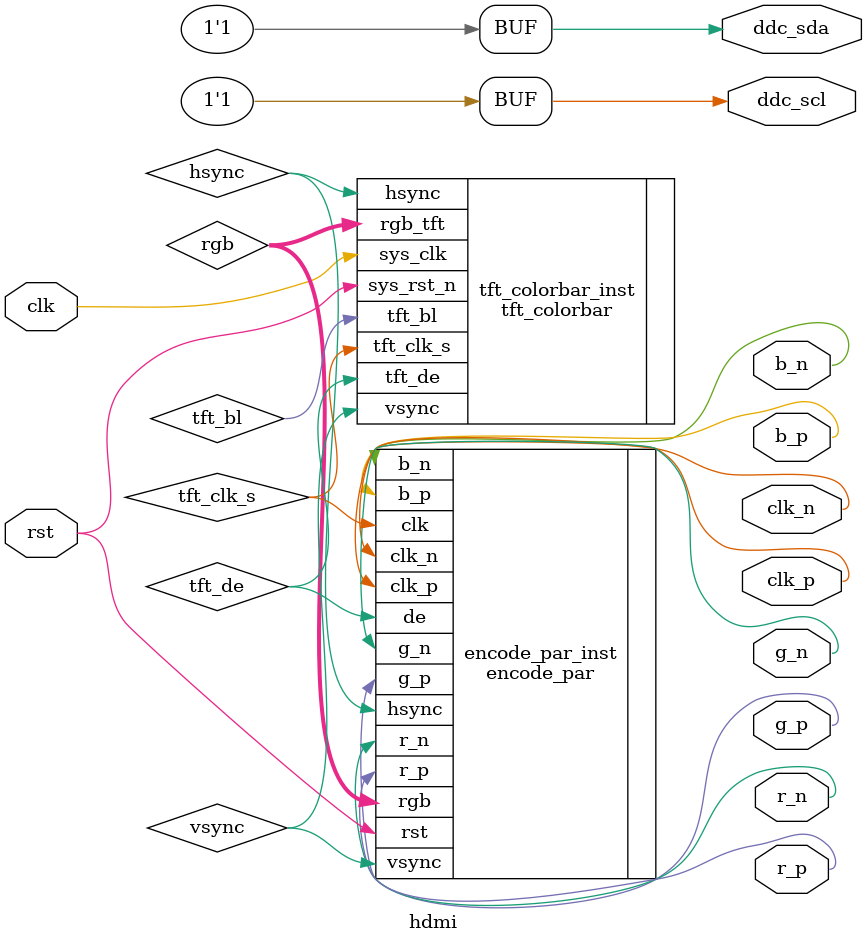
<source format=v>
module hdmi (
    input  wire         clk         ,
    input  wire         rst         , 
    
    output  wire        ddc_scl     ,
    output  wire        ddc_sda     , 

    output wire          clk_p       ,
    output wire          clk_n       ,
    output wire          r_p         ,
    output wire          r_n         ,    
    output wire          g_p         ,
    output wire          g_n         , 
    output wire          b_p         ,
    output wire          b_n    

    
);


wire [11:0]   pix_x       ;
wire [11:0]   pix_y       ;
wire [23:0]   data        ;
wire [23:0]  pix_data     ;

assign  ddc_scl = 1'b1;
assign  ddc_sda = 1'b1;


wire         hsync       ;
wire         vsync       ;
wire         tft_de      ;
wire [23:0]  rgb         ;

wire tft_clk_s           ;

encode_par encode_par_inst
(
    .clk        (tft_clk_s   ) ,
    .rst        (rst   ) ,
    .hsync      (hsync ) ,
    .vsync      (vsync ) ,
    .de         (tft_de    ) ,
    .rgb        (rgb   ) ,

    .clk_p      (clk_p ) ,
    .clk_n      (clk_n ) ,
    .r_p        (r_p   ) ,
    .r_n        (r_n   ) ,    
    .g_p        (g_p   ) ,
    .g_n        (g_n   ) , 
    .b_p        (b_p   ) ,
    .b_n        (b_n   )      
);


tft_colorbar tft_colorbar_inst
(
    .sys_clk    ( clk  ) ,   //ÊäÈë¹¤×÷Ê±ÖÓ,ÆµÂÊ50MHz
    .sys_rst_n  ( rst  ) ,   //ÊäÈë¸´Î»ÐÅºÅ,µÍµçÆ½ÓÐÐ§

    .rgb_tft    ( rgb      ) ,   //Êä³öÏñËØÐÅÏ¢
    .hsync      ( hsync    ) ,   //Êä³öÐÐÍ¬²½ÐÅºÅ
    .vsync      ( vsync    ) ,   //Êä³ö³¡Í¬²½ÐÅºÅ
    .tft_clk_s  ( tft_clk_s) ,   //Êä³öTFTÊ±ÖÓÐÅºÅ
    .tft_de     ( tft_de   ) ,   //Êä³öTFTÊ¹ÄÜÐÅºÅ
    .tft_bl     ( tft_bl   )     //Êä³ö±³¹âÐÅºÅ

);



endmodule //hdmi
</source>
